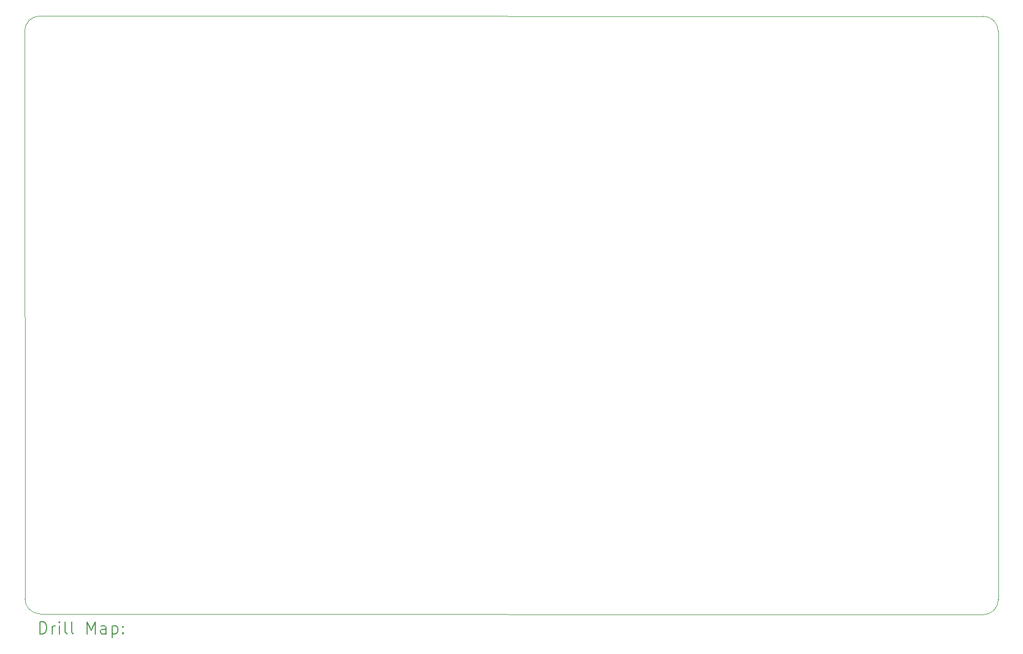
<source format=gbr>
%TF.GenerationSoftware,KiCad,Pcbnew,(6.0.7)*%
%TF.CreationDate,2022-09-07T21:34:10+00:00*%
%TF.ProjectId,zzsplit-bottom-right,7a7a7370-6c69-4742-9d62-6f74746f6d2d,rev?*%
%TF.SameCoordinates,Original*%
%TF.FileFunction,Drillmap*%
%TF.FilePolarity,Positive*%
%FSLAX45Y45*%
G04 Gerber Fmt 4.5, Leading zero omitted, Abs format (unit mm)*
G04 Created by KiCad (PCBNEW (6.0.7)) date 2022-09-07 21:34:10*
%MOMM*%
%LPD*%
G01*
G04 APERTURE LIST*
%ADD10C,0.100000*%
%ADD11C,0.200000*%
G04 APERTURE END LIST*
D10*
X7783400Y-4861000D02*
X23374400Y-4864000D01*
X23623402Y-5114000D02*
G75*
G03*
X23374400Y-4864000I-250002J0D01*
G01*
X7537400Y-14487000D02*
G75*
G03*
X7787400Y-14737000I250000J0D01*
G01*
X23623402Y-5114000D02*
X23626400Y-14500000D01*
X23374392Y-14750998D02*
X7787400Y-14737000D01*
X7533400Y-5111000D02*
X7537400Y-14487000D01*
X23374392Y-14750998D02*
G75*
G03*
X23626400Y-14500000I1008J250998D01*
G01*
X7783400Y-4861000D02*
G75*
G03*
X7533400Y-5111000I0J-250000D01*
G01*
D11*
X7786019Y-15066476D02*
X7786019Y-14866476D01*
X7833638Y-14866476D01*
X7862209Y-14876000D01*
X7881257Y-14895048D01*
X7890781Y-14914095D01*
X7900305Y-14952190D01*
X7900305Y-14980762D01*
X7890781Y-15018857D01*
X7881257Y-15037905D01*
X7862209Y-15056952D01*
X7833638Y-15066476D01*
X7786019Y-15066476D01*
X7986019Y-15066476D02*
X7986019Y-14933143D01*
X7986019Y-14971238D02*
X7995543Y-14952190D01*
X8005067Y-14942667D01*
X8024114Y-14933143D01*
X8043162Y-14933143D01*
X8109828Y-15066476D02*
X8109828Y-14933143D01*
X8109828Y-14866476D02*
X8100305Y-14876000D01*
X8109828Y-14885524D01*
X8119352Y-14876000D01*
X8109828Y-14866476D01*
X8109828Y-14885524D01*
X8233638Y-15066476D02*
X8214590Y-15056952D01*
X8205067Y-15037905D01*
X8205067Y-14866476D01*
X8338400Y-15066476D02*
X8319352Y-15056952D01*
X8309828Y-15037905D01*
X8309828Y-14866476D01*
X8566971Y-15066476D02*
X8566971Y-14866476D01*
X8633638Y-15009333D01*
X8700305Y-14866476D01*
X8700305Y-15066476D01*
X8881257Y-15066476D02*
X8881257Y-14961714D01*
X8871733Y-14942667D01*
X8852686Y-14933143D01*
X8814590Y-14933143D01*
X8795543Y-14942667D01*
X8881257Y-15056952D02*
X8862210Y-15066476D01*
X8814590Y-15066476D01*
X8795543Y-15056952D01*
X8786019Y-15037905D01*
X8786019Y-15018857D01*
X8795543Y-14999809D01*
X8814590Y-14990286D01*
X8862210Y-14990286D01*
X8881257Y-14980762D01*
X8976495Y-14933143D02*
X8976495Y-15133143D01*
X8976495Y-14942667D02*
X8995543Y-14933143D01*
X9033638Y-14933143D01*
X9052686Y-14942667D01*
X9062210Y-14952190D01*
X9071733Y-14971238D01*
X9071733Y-15028381D01*
X9062210Y-15047428D01*
X9052686Y-15056952D01*
X9033638Y-15066476D01*
X8995543Y-15066476D01*
X8976495Y-15056952D01*
X9157448Y-15047428D02*
X9166971Y-15056952D01*
X9157448Y-15066476D01*
X9147924Y-15056952D01*
X9157448Y-15047428D01*
X9157448Y-15066476D01*
X9157448Y-14942667D02*
X9166971Y-14952190D01*
X9157448Y-14961714D01*
X9147924Y-14952190D01*
X9157448Y-14942667D01*
X9157448Y-14961714D01*
M02*

</source>
